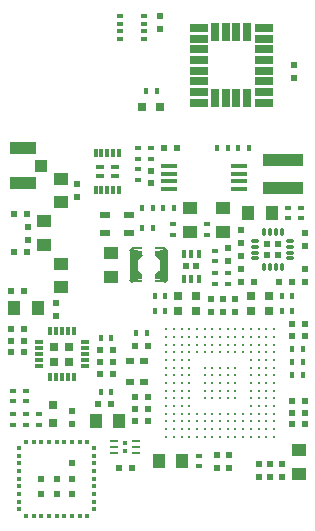
<source format=gtp>
G04 #@! TF.FileFunction,Paste,Top*
%FSLAX46Y46*%
G04 Gerber Fmt 4.6, Leading zero omitted, Abs format (unit mm)*
G04 Created by KiCad (PCBNEW 4.0.2+dfsg1-stable) date Mo 03 Apr 2017 04:54:38 CEST*
%MOMM*%
G01*
G04 APERTURE LIST*
%ADD10C,0.100000*%
%ADD11R,0.900000X0.500000*%
%ADD12R,0.600000X0.500000*%
%ADD13R,1.450000X0.450000*%
%ADD14R,0.800000X0.600000*%
%ADD15R,0.500000X0.600000*%
%ADD16R,0.500000X0.350000*%
%ADD17R,0.400000X0.600000*%
%ADD18R,0.600000X0.400000*%
%ADD19O,0.750000X0.300000*%
%ADD20O,0.300000X0.750000*%
%ADD21R,0.540000X0.540000*%
%ADD22R,1.000000X1.250000*%
%ADD23R,0.300000X0.650000*%
%ADD24R,0.744000X0.465000*%
%ADD25R,0.300000X0.400000*%
%ADD26R,0.400000X0.300000*%
%ADD27R,0.500000X0.500000*%
%ADD28R,0.300000X0.730000*%
%ADD29R,0.730000X0.300000*%
%ADD30R,0.750000X0.750000*%
%ADD31R,0.350000X0.650000*%
%ADD32R,0.480000X0.600000*%
%ADD33R,1.250000X1.000000*%
%ADD34R,0.797560X0.797560*%
%ADD35R,0.762000X2.540000*%
%ADD36R,0.889000X0.254000*%
%ADD37R,0.381000X0.444500*%
%ADD38C,0.300000*%
%ADD39R,1.600000X0.700000*%
%ADD40R,0.700000X1.600000*%
%ADD41R,0.700000X0.250000*%
%ADD42R,0.366000X0.426000*%
%ADD43R,2.200000X1.050000*%
%ADD44R,1.050000X1.000000*%
%ADD45R,3.400000X0.980000*%
G04 APERTURE END LIST*
D10*
D11*
X57900000Y-99050000D03*
X57900000Y-97550000D03*
D12*
X58150000Y-119000000D03*
X57050000Y-119000000D03*
D13*
X67250000Y-95375000D03*
X67250000Y-94725000D03*
X67250000Y-94075000D03*
X67250000Y-93425000D03*
X61350000Y-93425000D03*
X61350000Y-94075000D03*
X61350000Y-94725000D03*
X61350000Y-95375000D03*
D12*
X58450000Y-108650000D03*
X59550000Y-108650000D03*
D14*
X58000000Y-109900000D03*
X59200000Y-109900000D03*
X58000000Y-111700000D03*
X59200000Y-111700000D03*
D12*
X58450000Y-115000000D03*
X59550000Y-115000000D03*
D15*
X60570000Y-81800000D03*
X60570000Y-80700000D03*
D16*
X59195000Y-82675000D03*
X59195000Y-82025000D03*
X59195000Y-81375000D03*
X59195000Y-80725000D03*
X57145000Y-82675000D03*
X57145000Y-82025000D03*
X57145000Y-81375000D03*
X57145000Y-80725000D03*
D17*
X55550000Y-107950000D03*
X56450000Y-107950000D03*
D18*
X59800000Y-91900000D03*
X59800000Y-92800000D03*
X66300000Y-102500000D03*
X66300000Y-103400000D03*
D15*
X66300000Y-100350000D03*
X66300000Y-101450000D03*
D19*
X68625000Y-99750000D03*
X68625000Y-100250000D03*
X68625000Y-100750000D03*
X68625000Y-101250000D03*
D20*
X69350000Y-101975000D03*
X69850000Y-101975000D03*
X70350000Y-101975000D03*
X70850000Y-101975000D03*
D19*
X71575000Y-101250000D03*
X71575000Y-100750000D03*
X71575000Y-100250000D03*
X71575000Y-99750000D03*
D20*
X70850000Y-99025000D03*
X70350000Y-99025000D03*
X69850000Y-99025000D03*
X69350000Y-99025000D03*
D21*
X70550000Y-100950000D03*
X70550000Y-100050000D03*
X69650000Y-100950000D03*
X69650000Y-100050000D03*
D22*
X70050000Y-97400000D03*
X68050000Y-97400000D03*
D23*
X55100000Y-95450000D03*
X55600000Y-95450000D03*
X56100000Y-95450000D03*
X56600000Y-95450000D03*
X57100000Y-95450000D03*
X57100000Y-92350000D03*
X56600000Y-92350000D03*
X56100000Y-92350000D03*
X55600000Y-92350000D03*
X55100000Y-92350000D03*
D24*
X56720000Y-93512500D03*
X55480000Y-93512500D03*
X56720000Y-94287500D03*
X55480000Y-94287500D03*
D15*
X59800000Y-93800000D03*
X59800000Y-94900000D03*
D18*
X58700000Y-94600000D03*
X58700000Y-93700000D03*
D17*
X59950000Y-98700000D03*
X59050000Y-98700000D03*
D25*
X49200000Y-123050000D03*
X49850000Y-123050000D03*
X50500000Y-123050000D03*
X51150000Y-123050000D03*
X51800000Y-123050000D03*
X52450000Y-123050000D03*
X53100000Y-123050000D03*
X53750000Y-123050000D03*
X54400000Y-123050000D03*
D26*
X54950000Y-121850000D03*
X54950000Y-121200000D03*
X54950000Y-120550000D03*
X54950000Y-119900000D03*
X54950000Y-119250000D03*
X54950000Y-118600000D03*
X54950000Y-117950000D03*
X54950000Y-117300000D03*
D25*
X54400000Y-116750000D03*
D26*
X54950000Y-122500000D03*
D25*
X53750000Y-116750000D03*
X53100000Y-116750000D03*
X52450000Y-116750000D03*
X51800000Y-116750000D03*
X51150000Y-116750000D03*
X50500000Y-116750000D03*
X49850000Y-116750000D03*
X49200000Y-116750000D03*
D26*
X48650000Y-117300000D03*
X48650000Y-117950000D03*
X48650000Y-118600000D03*
X48650000Y-119250000D03*
X48650000Y-119900000D03*
X48650000Y-120550000D03*
X48650000Y-121200000D03*
X48650000Y-121850000D03*
X48650000Y-122500000D03*
D27*
X51800000Y-119900000D03*
X51800000Y-121200000D03*
X50500000Y-119900000D03*
X50500000Y-121200000D03*
X53100000Y-119900000D03*
X53100000Y-121200000D03*
X53100000Y-118600000D03*
D12*
X49050000Y-108200000D03*
X47950000Y-108200000D03*
X71700000Y-107800000D03*
X72800000Y-107800000D03*
D15*
X53100000Y-115250000D03*
X53100000Y-114150000D03*
D18*
X49200000Y-112450000D03*
X49200000Y-113350000D03*
D17*
X60100000Y-104400000D03*
X61000000Y-104400000D03*
D12*
X56550000Y-111000000D03*
X55450000Y-111000000D03*
D18*
X48100000Y-114450000D03*
X48100000Y-115350000D03*
X50300000Y-114450000D03*
X50300000Y-115350000D03*
X48100000Y-112450000D03*
X48100000Y-113350000D03*
D28*
X53250000Y-107385000D03*
X52750000Y-107385000D03*
X52250000Y-107385000D03*
X51750000Y-107385000D03*
X51250000Y-107385000D03*
D29*
X50285000Y-108350000D03*
X50285000Y-108850000D03*
X50285000Y-109350000D03*
X50285000Y-109850000D03*
X50285000Y-110350000D03*
D28*
X51250000Y-111315000D03*
X51750000Y-111315000D03*
X52250000Y-111315000D03*
X52750000Y-111315000D03*
X53250000Y-111315000D03*
D29*
X54215000Y-110350000D03*
X54215000Y-109850000D03*
X54215000Y-109350000D03*
X54215000Y-108850000D03*
X54215000Y-108350000D03*
D30*
X51625000Y-109975000D03*
X52875000Y-109975000D03*
X51625000Y-108725000D03*
X52875000Y-108725000D03*
D31*
X62550000Y-102950000D03*
X63200000Y-102950000D03*
X63850000Y-102950000D03*
X63850000Y-100850000D03*
X63200000Y-100850000D03*
X62550000Y-100850000D03*
D32*
X63600000Y-101900000D03*
X62800000Y-101900000D03*
D12*
X60900000Y-91900000D03*
X62000000Y-91900000D03*
D33*
X63100000Y-99000000D03*
X63100000Y-97000000D03*
X56400000Y-102800000D03*
X56400000Y-100800000D03*
D15*
X67400000Y-99950000D03*
X67400000Y-98850000D03*
X67400000Y-101050000D03*
X67400000Y-102150000D03*
X72800000Y-100150000D03*
X72800000Y-99050000D03*
D12*
X68550000Y-103200000D03*
X67450000Y-103200000D03*
X70650000Y-103200000D03*
X71750000Y-103200000D03*
D15*
X72800000Y-102100000D03*
X72800000Y-103200000D03*
D12*
X49050000Y-107200000D03*
X47950000Y-107200000D03*
X49050000Y-109200000D03*
X47950000Y-109200000D03*
X56550000Y-109000000D03*
X55450000Y-109000000D03*
X49050000Y-104000000D03*
X47950000Y-104000000D03*
D15*
X51750000Y-105050000D03*
X51750000Y-106150000D03*
D12*
X55350000Y-113600000D03*
X56450000Y-113600000D03*
D15*
X68900000Y-118650000D03*
X68900000Y-119750000D03*
X69900000Y-118650000D03*
X69900000Y-119750000D03*
X70900000Y-118650000D03*
X70900000Y-119750000D03*
D12*
X59550000Y-113000000D03*
X58450000Y-113000000D03*
D15*
X64900000Y-105750000D03*
X64900000Y-104650000D03*
D12*
X71700000Y-106800000D03*
X72800000Y-106800000D03*
D15*
X65400000Y-117850000D03*
X65400000Y-118950000D03*
D12*
X71700000Y-114300000D03*
X72800000Y-114300000D03*
D15*
X66900000Y-105750000D03*
X66900000Y-104650000D03*
X66400000Y-117850000D03*
X66400000Y-118950000D03*
D12*
X71700000Y-113300000D03*
X72800000Y-113300000D03*
D15*
X65900000Y-105750000D03*
X65900000Y-104650000D03*
D12*
X58450000Y-114000000D03*
X59550000Y-114000000D03*
X71700000Y-115300000D03*
X72800000Y-115300000D03*
D34*
X69749300Y-105700000D03*
X68250700Y-105700000D03*
X69749300Y-104400000D03*
X68250700Y-104400000D03*
X62100000Y-104400000D03*
X63598600Y-104400000D03*
X62100000Y-105700000D03*
X63598600Y-105700000D03*
X51500000Y-115149300D03*
X51500000Y-113650700D03*
D18*
X58700000Y-92800000D03*
X58700000Y-91900000D03*
X71400000Y-96950000D03*
X71400000Y-97850000D03*
X72500000Y-97850000D03*
X72500000Y-96950000D03*
X64500000Y-98350000D03*
X64500000Y-99250000D03*
X65200000Y-100600000D03*
X65200000Y-101500000D03*
D17*
X71750000Y-105700000D03*
X70850000Y-105700000D03*
X60100000Y-105700000D03*
X61000000Y-105700000D03*
X71750000Y-111100000D03*
X72650000Y-111100000D03*
D11*
X55900000Y-97550000D03*
X55900000Y-99050000D03*
D12*
X56550000Y-110000000D03*
X55450000Y-110000000D03*
D17*
X55550000Y-112550000D03*
X56450000Y-112550000D03*
D33*
X72300000Y-117500000D03*
X72300000Y-119500000D03*
X65900000Y-97000000D03*
X65900000Y-99000000D03*
D17*
X61750000Y-97000000D03*
X60850000Y-97000000D03*
X72650000Y-110000000D03*
X71750000Y-110000000D03*
D35*
X60870000Y-101800000D03*
X58330000Y-101800000D03*
D36*
X60552500Y-103197000D03*
X60552500Y-100403000D03*
X58647500Y-103197000D03*
X58647500Y-100403000D03*
D37*
X60298500Y-100752250D03*
X58901500Y-100752250D03*
X58901500Y-102847750D03*
X60298500Y-102847750D03*
D10*
G36*
X60997000Y-100276038D02*
X61250962Y-100530000D01*
X60997000Y-100783962D01*
X60743038Y-100530000D01*
X60997000Y-100276038D01*
X60997000Y-100276038D01*
G37*
G36*
X60997000Y-102816038D02*
X61250962Y-103070000D01*
X60997000Y-103323962D01*
X60743038Y-103070000D01*
X60997000Y-102816038D01*
X60997000Y-102816038D01*
G37*
G36*
X58203000Y-102816038D02*
X58456962Y-103070000D01*
X58203000Y-103323962D01*
X57949038Y-103070000D01*
X58203000Y-102816038D01*
X58203000Y-102816038D01*
G37*
G36*
X58203000Y-100276038D02*
X58456962Y-100530000D01*
X58203000Y-100783962D01*
X57949038Y-100530000D01*
X58203000Y-100276038D01*
X58203000Y-100276038D01*
G37*
G36*
X60489000Y-100593737D02*
X60869763Y-100974500D01*
X60489000Y-101355263D01*
X60108237Y-100974500D01*
X60489000Y-100593737D01*
X60489000Y-100593737D01*
G37*
G36*
X60489000Y-102244737D02*
X60869763Y-102625500D01*
X60489000Y-103006263D01*
X60108237Y-102625500D01*
X60489000Y-102244737D01*
X60489000Y-102244737D01*
G37*
G36*
X58711000Y-102244737D02*
X59091763Y-102625500D01*
X58711000Y-103006263D01*
X58330237Y-102625500D01*
X58711000Y-102244737D01*
X58711000Y-102244737D01*
G37*
G36*
X58711000Y-100593737D02*
X59091763Y-100974500D01*
X58711000Y-101355263D01*
X58330237Y-100974500D01*
X58711000Y-100593737D01*
X58711000Y-100593737D01*
G37*
D22*
X55100000Y-115000000D03*
X57100000Y-115000000D03*
D17*
X71750000Y-108900000D03*
X72650000Y-108900000D03*
X67200000Y-91900000D03*
X68100000Y-91900000D03*
X65387530Y-91900000D03*
X66287530Y-91900000D03*
D38*
X65650000Y-111800000D03*
X66300000Y-111800000D03*
X66300000Y-112450000D03*
X65650000Y-112450000D03*
X65000000Y-112450000D03*
X65000000Y-111800000D03*
X65000000Y-111150000D03*
X65650000Y-111150000D03*
X66300000Y-111150000D03*
X66950000Y-111150000D03*
X66950000Y-111800000D03*
X66950000Y-112450000D03*
X66950000Y-113100000D03*
X66300000Y-113100000D03*
X65650000Y-113100000D03*
X65000000Y-113100000D03*
X64350000Y-113100000D03*
X64350000Y-112450000D03*
X64350000Y-111800000D03*
X64350000Y-111150000D03*
X64350000Y-110500000D03*
X65000000Y-110500000D03*
X65650000Y-110500000D03*
X66300000Y-110500000D03*
X66950000Y-110500000D03*
X68250000Y-114400000D03*
X68250000Y-113750000D03*
X68250000Y-113100000D03*
X68250000Y-112450000D03*
X68250000Y-111800000D03*
X68250000Y-115050000D03*
X68250000Y-115700000D03*
X68250000Y-116350000D03*
X68900000Y-113100000D03*
X69550000Y-113100000D03*
X70200000Y-113100000D03*
X70200000Y-113750000D03*
X70200000Y-114400000D03*
X70200000Y-115050000D03*
X70200000Y-115700000D03*
X70200000Y-116350000D03*
X69550000Y-116350000D03*
X68900000Y-116350000D03*
X68900000Y-115700000D03*
X69550000Y-115700000D03*
X69550000Y-115050000D03*
X68900000Y-115050000D03*
X68900000Y-114400000D03*
X69550000Y-114400000D03*
X69550000Y-113750000D03*
X68900000Y-113750000D03*
X70200000Y-112450000D03*
X69550000Y-112450000D03*
X68900000Y-112450000D03*
X68900000Y-111800000D03*
X69550000Y-111800000D03*
X70200000Y-111800000D03*
X70200000Y-111150000D03*
X69550000Y-111150000D03*
X68900000Y-111150000D03*
X68250000Y-111150000D03*
X68250000Y-110500000D03*
X68900000Y-110500000D03*
X69550000Y-110500000D03*
X70200000Y-110500000D03*
X70200000Y-109850000D03*
X69550000Y-109850000D03*
X68900000Y-109850000D03*
X68250000Y-109850000D03*
X66950000Y-109200000D03*
X66950000Y-108550000D03*
X66950000Y-107900000D03*
X66950000Y-107250000D03*
X67600000Y-107250000D03*
X68250000Y-107250000D03*
X68900000Y-107250000D03*
X69550000Y-107250000D03*
X70200000Y-107250000D03*
X70200000Y-107900000D03*
X70200000Y-108550000D03*
X70200000Y-109200000D03*
X69550000Y-109200000D03*
X68900000Y-109200000D03*
X68250000Y-109200000D03*
X67600000Y-109200000D03*
X67600000Y-108550000D03*
X67600000Y-107900000D03*
X68250000Y-107900000D03*
X68900000Y-107900000D03*
X69550000Y-107900000D03*
X69550000Y-108550000D03*
X68900000Y-108550000D03*
X68250000Y-108550000D03*
X66300000Y-107250000D03*
X65650000Y-107250000D03*
X63050000Y-110500000D03*
X62400000Y-110500000D03*
X61750000Y-110500000D03*
X61100000Y-110500000D03*
X61100000Y-109850000D03*
X61100000Y-109200000D03*
X61100000Y-108550000D03*
X61100000Y-107900000D03*
X61100000Y-107250000D03*
X61750000Y-107250000D03*
X62400000Y-107250000D03*
X63050000Y-107250000D03*
X63700000Y-107250000D03*
X64350000Y-107250000D03*
X65000000Y-107250000D03*
X66300000Y-107900000D03*
X65650000Y-107900000D03*
X65000000Y-107900000D03*
X64350000Y-107900000D03*
X63700000Y-107900000D03*
X63050000Y-107900000D03*
X62400000Y-107900000D03*
X61750000Y-107900000D03*
X61750000Y-108550000D03*
X62400000Y-108550000D03*
X63700000Y-108550000D03*
X66300000Y-109200000D03*
X65650000Y-109200000D03*
X65000000Y-109200000D03*
X64350000Y-109200000D03*
X63700000Y-109200000D03*
X63050000Y-109200000D03*
X63050000Y-109850000D03*
X62400000Y-109850000D03*
X61750000Y-109850000D03*
X61750000Y-109200000D03*
X62400000Y-109200000D03*
X63050000Y-108550000D03*
X64350000Y-108550000D03*
X65000000Y-108550000D03*
X65650000Y-108550000D03*
X66300000Y-108550000D03*
X63050000Y-111150000D03*
X63050000Y-111800000D03*
X63050000Y-112450000D03*
X63050000Y-113100000D03*
X63050000Y-113750000D03*
X63050000Y-114400000D03*
X63700000Y-114400000D03*
X64350000Y-114400000D03*
X65000000Y-114400000D03*
X67600000Y-114400000D03*
X66950000Y-114400000D03*
X66300000Y-114400000D03*
X65650000Y-114400000D03*
X67600000Y-116350000D03*
X66950000Y-116350000D03*
X66300000Y-116350000D03*
X65650000Y-116350000D03*
X65000000Y-116350000D03*
X64350000Y-116350000D03*
X63700000Y-116350000D03*
X63050000Y-116350000D03*
X62400000Y-116350000D03*
X61750000Y-116350000D03*
X61100000Y-116350000D03*
X61100000Y-115700000D03*
X61100000Y-115050000D03*
X61100000Y-113750000D03*
X61100000Y-114400000D03*
X61100000Y-113100000D03*
X61100000Y-112450000D03*
X61100000Y-111800000D03*
X61100000Y-111150000D03*
X61750000Y-111150000D03*
X61750000Y-111800000D03*
X61750000Y-112450000D03*
X61750000Y-113100000D03*
X61750000Y-113750000D03*
X61750000Y-114400000D03*
X61750000Y-115050000D03*
X61750000Y-115700000D03*
X62400000Y-115700000D03*
X63050000Y-115700000D03*
X63700000Y-115700000D03*
X64350000Y-115700000D03*
X65000000Y-115700000D03*
X65650000Y-115700000D03*
X66950000Y-115700000D03*
X66300000Y-115700000D03*
X67600000Y-115700000D03*
X67600000Y-115050000D03*
X66950000Y-115050000D03*
X66300000Y-115050000D03*
X65650000Y-115050000D03*
X65000000Y-115050000D03*
X64350000Y-115050000D03*
X63700000Y-115050000D03*
X63050000Y-115050000D03*
X62400000Y-115050000D03*
X62400000Y-114400000D03*
X62400000Y-113750000D03*
X62400000Y-113100000D03*
X62400000Y-112450000D03*
X62400000Y-111800000D03*
X62400000Y-111150000D03*
D18*
X61700000Y-99250000D03*
X61700000Y-98350000D03*
D17*
X71750000Y-104400000D03*
X70850000Y-104400000D03*
X58550000Y-107600000D03*
X59450000Y-107600000D03*
D18*
X65200000Y-102500000D03*
X65200000Y-103400000D03*
X49200000Y-114450000D03*
X49200000Y-115350000D03*
X63900000Y-117950000D03*
X63900000Y-118850000D03*
D34*
X59070000Y-88400000D03*
X60568600Y-88400000D03*
D17*
X60270000Y-87100000D03*
X59370000Y-87100000D03*
D15*
X71870000Y-84900000D03*
X71870000Y-86000000D03*
D39*
X63835000Y-81750000D03*
X63835000Y-82650000D03*
X63835000Y-83550000D03*
X63835000Y-84450000D03*
X63835000Y-85350000D03*
X63835000Y-86250000D03*
X63835000Y-87150000D03*
X63835000Y-88050000D03*
D40*
X65235000Y-87700000D03*
X66135000Y-87700000D03*
X67035000Y-87700000D03*
X67935000Y-87700000D03*
D39*
X69335000Y-88050000D03*
X69335000Y-87150000D03*
X69335000Y-86250000D03*
X69335000Y-85350000D03*
X69335000Y-84450000D03*
X69335000Y-83550000D03*
X69335000Y-82650000D03*
X69335000Y-81750000D03*
D40*
X67935000Y-82100000D03*
X67035000Y-82100000D03*
X66135000Y-82100000D03*
X65235000Y-82100000D03*
D15*
X49350000Y-99650000D03*
X49350000Y-98550000D03*
D12*
X49300000Y-97500000D03*
X48200000Y-97500000D03*
D15*
X53550000Y-96050000D03*
X53550000Y-94950000D03*
D22*
X50200000Y-105400000D03*
X48200000Y-105400000D03*
D33*
X52150000Y-101700000D03*
X52150000Y-103700000D03*
X50750000Y-98100000D03*
X50750000Y-100100000D03*
X52150000Y-94500000D03*
X52150000Y-96500000D03*
D12*
X49300000Y-100700000D03*
X48200000Y-100700000D03*
D22*
X60450000Y-118400000D03*
X62450000Y-118400000D03*
D41*
X58525000Y-117700000D03*
X58525000Y-117200000D03*
X58525000Y-116700000D03*
X56675000Y-116700000D03*
X56675000Y-117200000D03*
X56675000Y-117700000D03*
D42*
X57600000Y-116845000D03*
X57600000Y-117555000D03*
D43*
X49000000Y-91925000D03*
X49000000Y-94875000D03*
D44*
X50525000Y-93400000D03*
D17*
X59950000Y-97000000D03*
X59050000Y-97000000D03*
D45*
X71000000Y-92915000D03*
X71000000Y-95285000D03*
M02*

</source>
